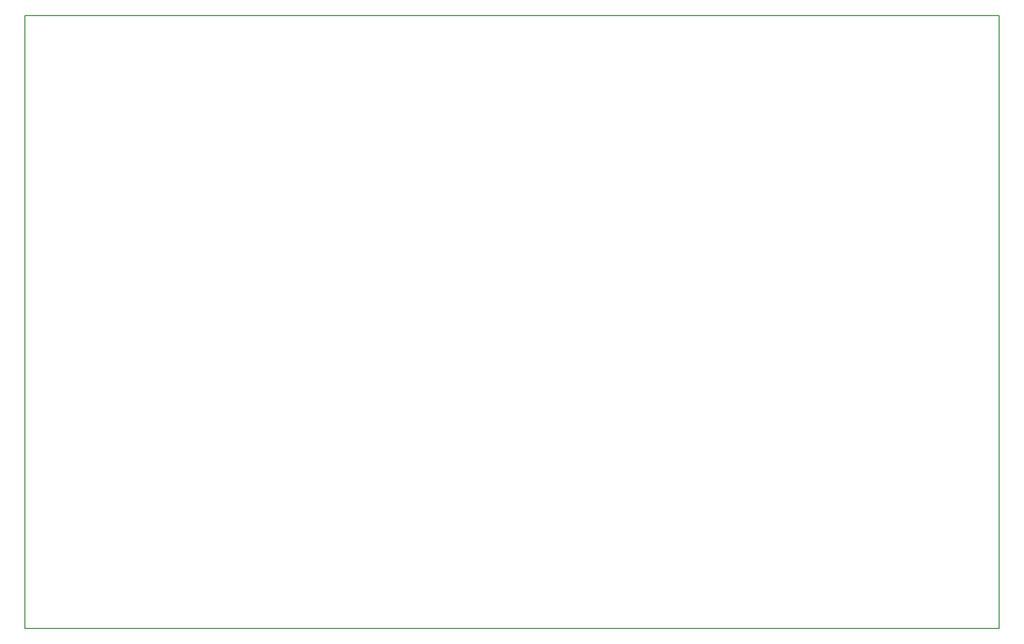
<source format=gm1>
G04 #@! TF.FileFunction,Profile,NP*
%FSLAX46Y46*%
G04 Gerber Fmt 4.6, Leading zero omitted, Abs format (unit mm)*
G04 Created by KiCad (PCBNEW 4.0.6+dfsg1-1) date Fri Mar  9 00:23:43 2018*
%MOMM*%
%LPD*%
G01*
G04 APERTURE LIST*
%ADD10C,0.100000*%
%ADD11C,0.150000*%
G04 APERTURE END LIST*
D10*
D11*
X65000000Y-60000000D02*
X82000000Y-60000000D01*
X65000000Y-160000000D02*
X65000000Y-60000000D01*
X82000000Y-160000000D02*
X65000000Y-160000000D01*
X224000000Y-160000000D02*
X82000000Y-160000000D01*
X82000000Y-60000000D02*
X224000000Y-60000000D01*
X224000000Y-60000000D02*
X224000000Y-160000000D01*
M02*

</source>
